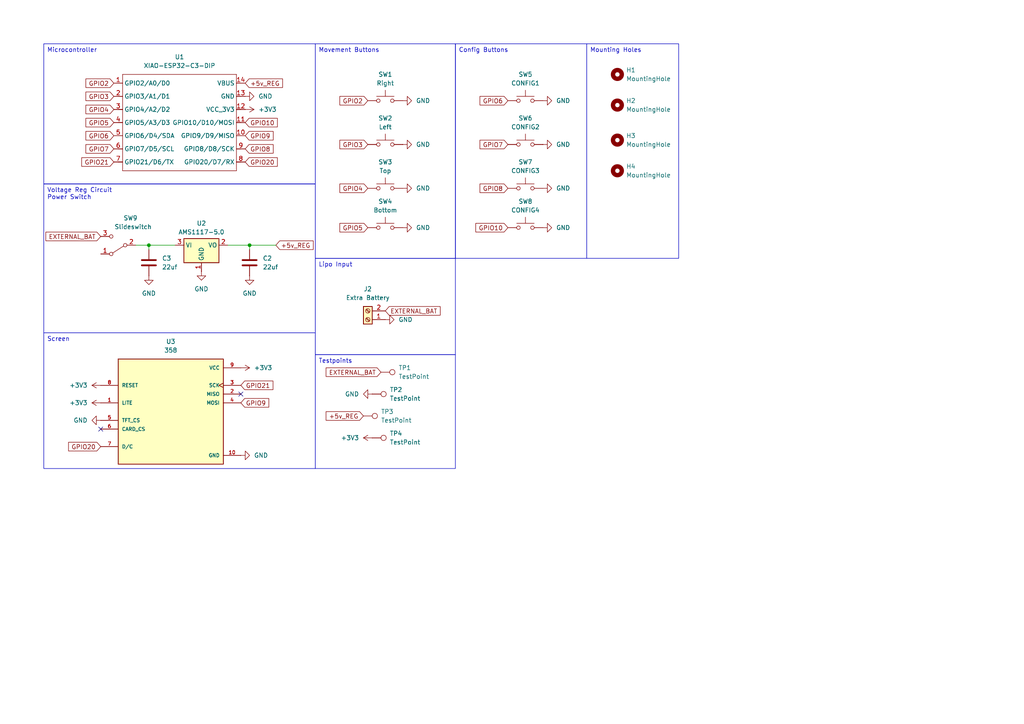
<source format=kicad_sch>
(kicad_sch (version 20250114) (generator "eeschema") (generator_version "9.0")
  (paper "A4")
  (lib_symbols
    (symbol "358:358" (pin_names (offset 1.016))
      (property "Reference" "U" (at -15.24 16.002 0))
      (property "Value" "358" (at -15.24 -17.78 0))
      (symbol "358_0_0"
        (rectangle (start -15.24 -15.24) (end 15.24 15.24) (stroke (width 0.254)) (fill (type background)))
        (pin input line (at -20.32 7.62 0) (length 5.08) (name "RESET") (number "8"))
        (pin input line (at -20.32 2.54 0) (length 5.08) (name "LITE") (number "1"))
        (pin input line (at -20.32 -2.54 0) (length 5.08) (name "TFT_CS") (number "5"))
        (pin input line (at -20.32 -5.08 0) (length 5.08) (name "CARD_CS") (number "6"))
        (pin input line (at -20.32 -10.16 0) (length 5.08) (name "D/C") (number "7"))
        (pin power_in line (at 20.32 12.7 180) (length 5.08) (name "VCC") (number "9"))
        (pin input clock (at 20.32 7.62 180) (length 5.08) (name "SCK") (number "3"))
        (pin output line (at 20.32 5.08 180) (length 5.08) (name "MISO") (number "2"))
        (pin input line (at 20.32 2.54 180) (length 5.08) (name "MOSI") (number "4"))
        (pin power_in line (at 20.32 -12.7 180) (length 5.08) (name "GND") (number "10"))
      )
    )
    (symbol "Connector:Screw_Terminal_01x02" (pin_names (offset 1.016) (hide yes))
      (property "Reference" "J" (at 0 2.54 0))
      (property "Value" "Screw_Terminal_01x02" (at 0 -5.08 0))
      (symbol "Screw_Terminal_01x02_1_1"
        (rectangle (start -1.27 1.27) (end 1.27 -3.81) (stroke (width 0.254)) (fill (type background)))
        (polyline (pts (xy -0.5334 0.3302) (xy 0.3302 -0.508)) (stroke (width 0.1524)))
        (polyline (pts (xy -0.5334 -2.2098) (xy 0.3302 -3.048)) (stroke (width 0.1524)))
        (polyline (pts (xy -0.3556 0.508) (xy 0.508 -0.3302)) (stroke (width 0.1524)))
        (polyline (pts (xy -0.3556 -2.032) (xy 0.508 -2.8702)) (stroke (width 0.1524)))
        (circle (center 0 0) (radius 0.635) (stroke (width 0.1524)))
        (circle (center 0 -2.54) (radius 0.635) (stroke (width 0.1524)))
        (pin passive line (at -5.08 0 0) (length 3.81) (name "Pin_1") (number "1"))
        (pin passive line (at -5.08 -2.54 0) (length 3.81) (name "Pin_2") (number "2"))
      )
    )
    (symbol "Connector:TestPoint" (pin_numbers (hide yes)) (pin_names (offset 0.762) (hide yes))
      (property "Reference" "TP" (at 0 6.858 0))
      (property "Value" "TestPoint" (at 0 5.08 0))
      (symbol "TestPoint_0_1"
        (circle (center 0 3.302) (radius 0.762))
      )
      (symbol "TestPoint_1_1"
        (pin passive line (at 0 0 90) (length 2.54) (name "1") (number "1"))
      )
    )
    (symbol "Device:C" (pin_numbers (hide yes)) (pin_names (offset 0.254))
      (property "Reference" "C" (at 0.635 2.54 0))
      (property "Value" "C" (at 0.635 -2.54 0))
      (symbol "C_0_1"
        (polyline (pts (xy -2.032 0.762) (xy 2.032 0.762)) (stroke (width 0.508)))
        (polyline (pts (xy -2.032 -0.762) (xy 2.032 -0.762)) (stroke (width 0.508)))
      )
      (symbol "C_1_1"
        (pin passive line (at 0 3.81 270) (length 2.794) (name "~") (number "1"))
        (pin passive line (at 0 -3.81 90) (length 2.794) (name "~") (number "2"))
      )
    )
    (symbol "Mechanical:MountingHole" (pin_names (offset 1.016)) (exclude_from_sim yes) (in_bom no)
      (property "Reference" "H" (at 0 5.08 0))
      (property "Value" "MountingHole" (at 0 3.175 0))
      (symbol "MountingHole_0_1"
        (circle (center 0 0) (radius 1.27) (stroke (width 1.27)))
      )
    )
    (symbol "Regulator_Linear:AMS1117-5.0"
      (property "Reference" "U" (at -3.81 3.175 0))
      (property "Value" "AMS1117-5.0" (at 0 3.175 0))
      (symbol "AMS1117-5.0_0_1"
        (rectangle (start -5.08 -5.08) (end 5.08 1.905) (stroke (width 0.254)) (fill (type background)))
      )
      (symbol "AMS1117-5.0_1_1"
        (pin power_in line (at -7.62 0 0) (length 2.54) (name "VI") (number "3"))
        (pin power_in line (at 0 -7.62 90) (length 2.54) (name "GND") (number "1"))
        (pin power_out line (at 7.62 0 180) (length 2.54) (name "VO") (number "2"))
      )
    )
    (symbol "Seeed_Studio_XIAO_Series:XIAO-ESP32-C3-DIP"
      (property "Reference" "U" (at 1.016 2.794 0))
      (property "Value" "XIAO-ESP32-C3-DIP" (at 7.62 1.016 0))
      (symbol "XIAO-ESP32-C3-DIP_1_0"
        (polyline (pts (xy 0 0) (xy 33.02 0)) (stroke (width 0.1524)))
        (polyline (pts (xy 0 -2.54) (xy -1.27 -2.54)) (stroke (width 0.1524)))
        (polyline (pts (xy 0 -2.54) (xy 0 0)) (stroke (width 0.1524)))
        (polyline (pts (xy 0 -6.35) (xy -1.27 -6.35)) (stroke (width 0.1524)))
        (polyline (pts (xy 0 -6.35) (xy 0 -2.54)) (stroke (width 0.1524)))
        (polyline (pts (xy 0 -10.16) (xy -1.27 -10.16)) (stroke (width 0.1524)))
        (polyline (pts (xy 0 -10.16) (xy 0 -6.35)) (stroke (width 0.1524)))
        (polyline (pts (xy 0 -13.97) (xy -1.27 -13.97)) (stroke (width 0.1524)))
        (polyline (pts (xy 0 -13.97) (xy 0 -10.16)) (stroke (width 0.1524)))
        (polyline (pts (xy 0 -17.78) (xy -1.27 -17.78)) (stroke (width 0.1524)))
        (polyline (pts (xy 0 -21.59) (xy -1.27 -21.59)) (stroke (width 0.1524)))
        (polyline (pts (xy 0 -25.4) (xy -1.27 -25.4)) (stroke (width 0.1524)))
        (polyline (pts (xy 0 -27.94) (xy 0 -13.97)) (stroke (width 0.1524)))
        (polyline (pts (xy 33.02 0) (xy 33.02 -2.54)) (stroke (width 0.1524)))
        (polyline (pts (xy 33.02 -2.54) (xy 33.02 -6.35)) (stroke (width 0.1524)))
        (polyline (pts (xy 33.02 -6.35) (xy 33.02 -10.16)) (stroke (width 0.1524)))
        (polyline (pts (xy 33.02 -10.16) (xy 33.02 -27.94)) (stroke (width 0.1524)))
        (polyline (pts (xy 33.02 -27.94) (xy 0 -27.94)) (stroke (width 0.1524)))
        (polyline (pts (xy 34.29 -2.54) (xy 33.02 -2.54)) (stroke (width 0.1524)))
        (polyline (pts (xy 34.29 -6.35) (xy 33.02 -6.35)) (stroke (width 0.1524)))
        (polyline (pts (xy 34.29 -10.16) (xy 33.02 -10.16)) (stroke (width 0.1524)))
        (polyline (pts (xy 34.29 -13.97) (xy 33.02 -13.97)) (stroke (width 0.1524)))
        (polyline (pts (xy 34.29 -17.78) (xy 33.02 -17.78)) (stroke (width 0.1524)))
        (polyline (pts (xy 34.29 -21.59) (xy 33.02 -21.59)) (stroke (width 0.1524)))
        (polyline (pts (xy 34.29 -25.4) (xy 33.02 -25.4)) (stroke (width 0.1524)))
        (pin passive line (at -2.54 -2.54 0) (length 2.54) (name "GPIO2/A0/D0") (number "1"))
        (pin passive line (at -2.54 -6.35 0) (length 2.54) (name "GPIO3/A1/D1") (number "2"))
        (pin passive line (at -2.54 -10.16 0) (length 2.54) (name "GPIO4/A2/D2") (number "3"))
        (pin passive line (at -2.54 -13.97 0) (length 2.54) (name "GPIO5/A3/D3") (number "4"))
        (pin passive line (at -2.54 -17.78 0) (length 2.54) (name "GPIO6/D4/SDA") (number "5"))
        (pin passive line (at -2.54 -21.59 0) (length 2.54) (name "GPIO7/D5/SCL") (number "6"))
        (pin passive line (at -2.54 -25.4 0) (length 2.54) (name "GPIO21/D6/TX") (number "7"))
        (pin passive line (at 35.56 -2.54 180) (length 2.54) (name "VBUS") (number "14"))
        (pin passive line (at 35.56 -6.35 180) (length 2.54) (name "GND") (number "13"))
        (pin passive line (at 35.56 -10.16 180) (length 2.54) (name "VCC_3V3") (number "12"))
        (pin passive line (at 35.56 -13.97 180) (length 2.54) (name "GPIO10/D10/MOSI") (number "11"))
        (pin passive line (at 35.56 -17.78 180) (length 2.54) (name "GPIO9/D9/MISO") (number "10"))
        (pin passive line (at 35.56 -21.59 180) (length 2.54) (name "GPIO8/D8/SCK") (number "9"))
        (pin passive line (at 35.56 -25.4 180) (length 2.54) (name "GPIO20/D7/RX") (number "8"))
      )
    )
    (symbol "Switch:SW_Push" (pin_numbers (hide yes)) (pin_names (offset 1.016) (hide yes))
      (property "Reference" "SW" (at 1.27 2.54 0))
      (property "Value" "SW_Push" (at 0 -1.524 0))
      (symbol "SW_Push_0_1"
        (circle (center -2.032 0) (radius 0.508))
        (polyline (pts (xy 0 1.27) (xy 0 3.048)))
        (circle (center 2.032 0) (radius 0.508))
        (polyline (pts (xy 2.54 1.27) (xy -2.54 1.27)))
        (pin passive line (at -5.08 0 0) (length 2.54) (name "1") (number "1"))
        (pin passive line (at 5.08 0 180) (length 2.54) (name "2") (number "2"))
      )
    )
    (symbol "fab:SWITCH_AYZ0102AGRLC" (pin_names (offset 0) (hide yes))
      (property "Reference" "SW" (at 0 4.318 0))
      (property "Value" "SWITCH_AYZ0102AGRLC" (at 0 -5.08 0))
      (symbol "SWITCH_AYZ0102AGRLC_0_0"
        (circle (center -2.032 0) (radius 0.508))
        (circle (center 2.032 -2.54) (radius 0.508))
      )
      (symbol "SWITCH_AYZ0102AGRLC_0_1"
        (polyline (pts (xy -1.524 0.254) (xy 1.651 2.286)))
        (circle (center 2.032 2.54) (radius 0.508))
      )
      (symbol "SWITCH_AYZ0102AGRLC_1_1"
        (pin passive line (at -5.08 0 0) (length 2.54) (name "B") (number "2"))
        (pin passive line (at 5.08 2.54 180) (length 2.54) (name "A") (number "1"))
        (pin passive line (at 5.08 -2.54 180) (length 2.54) (name "C") (number "3"))
      )
    )
    (symbol "power:+3V3" (power) (pin_numbers (hide yes)) (pin_names (offset 0) (hide yes))
      (property "Value" "+3V3" (at 0 3.556 0))
      (symbol "+3V3_0_1"
        (polyline (pts (xy -0.762 1.27) (xy 0 2.54)))
        (polyline (pts (xy 0 2.54) (xy 0.762 1.27)))
        (polyline (pts (xy 0 0) (xy 0 2.54)))
      )
      (symbol "+3V3_1_1"
        (pin power_in line (at 0 0 90) (length 0) (name "~") (number "1"))
      )
    )
    (symbol "power:GND" (power) (pin_numbers (hide yes)) (pin_names (offset 0) (hide yes))
      (property "Value" "GND" (at 0 -3.81 0))
      (symbol "GND_0_1"
        (polyline (pts (xy 0 0) (xy 0 -1.27) (xy 1.27 -1.27) (xy 0 -2.54) (xy -1.27 -1.27) (xy 0 -1.27)))
      )
      (symbol "GND_1_1"
        (pin power_in line (at 0 0 270) (length 0) (name "~") (number "1"))
      )
    )
  )
  (text_box "Mounting Holes\n" (at 170.18 12.7 0) (size 26.67 62.23) (margins 0.9525 0.9525 0.9525 0.9525) (effects (font (size 1.27 1.27)) (justify left top)))
  (text_box "Movement Buttons" (at 91.44 12.7 0) (size 40.64 62.23) (margins 0.9525 0.9525 0.9525 0.9525) (effects (font (size 1.27 1.27)) (justify left top)))
  (text_box "Testpoints\n" (at 91.44 102.87 0) (size 40.64 33.02) (margins 0.9525 0.9525 0.9525 0.9525) (effects (font (size 1.27 1.27)) (justify left top)))
  (text_box "Voltage Reg Circuit\nPower Switch" (at 12.7 53.34 0) (size 78.74 43.18) (margins 0.9525 0.9525 0.9525 0.9525) (effects (font (size 1.27 1.27)) (justify left top)))
  (text_box "Microcontroller\n" (at 12.7 12.7 0) (size 78.74 40.64) (margins 0.9525 0.9525 0.9525 0.9525) (effects (font (size 1.27 1.27)) (justify left top)))
  (text_box "Config Buttons\n" (at 132.08 12.7 0) (size 38.1 62.23) (margins 0.9525 0.9525 0.9525 0.9525) (effects (font (size 1.27 1.27)) (justify left top)))
  (text_box "Screen\n" (at 12.7 96.52 0) (size 78.74 39.37) (margins 0.9525 0.9525 0.9525 0.9525) (effects (font (size 1.27 1.27)) (justify left top)))
  (text_box "Lipo Input" (at 91.44 74.93 0) (size 40.64 27.94) (margins 0.9525 0.9525 0.9525 0.9525) (effects (font (size 1.27 1.27)) (justify left top)))
  (junction (at 43.18 71.12))
  (junction (at 72.39 71.12))
  (no_connect (at 29.21 124.46))
  (no_connect (at 69.85 114.3))
  (wire (pts (xy 72.39 71.12) (xy 80.01 71.12)))
  (wire (pts (xy 66.04 71.12) (xy 72.39 71.12)))
  (wire (pts (xy 43.18 71.12) (xy 50.8 71.12)))
  (wire (pts (xy 43.18 72.39) (xy 43.18 71.12)))
  (wire (pts (xy 72.39 72.39) (xy 72.39 71.12)))
  (wire (pts (xy 39.37 71.12) (xy 43.18 71.12)))
  (global_label "EXTERNAL_BAT" (shape input) (at 111.76 90.17 0) (property "Intersheetrefs" "${INTERSHEET_REFS}" (effects (hide yes))))
  (global_label "GPIO20" (shape input) (at 29.21 129.54 180) (property "Intersheetrefs" "${INTERSHEET_REFS}" (effects (hide yes))))
  (global_label "GPIO4" (shape input) (at 106.68 54.61 180) (property "Intersheetrefs" "${INTERSHEET_REFS}" (effects (hide yes))))
  (global_label "+5v_REG" (shape input) (at 105.41 120.65 180) (property "Intersheetrefs" "${INTERSHEET_REFS}" (effects (hide yes))))
  (global_label "GPIO8" (shape input) (at 71.12 43.18 0) (property "Intersheetrefs" "${INTERSHEET_REFS}" (effects (hide yes))))
  (global_label "GPIO9" (shape input) (at 71.12 39.37 0) (property "Intersheetrefs" "${INTERSHEET_REFS}" (effects (hide yes))))
  (global_label "GPIO7" (shape input) (at 33.02 43.18 180) (property "Intersheetrefs" "${INTERSHEET_REFS}" (effects (hide yes))))
  (global_label "GPIO21" (shape input) (at 33.02 46.99 180) (property "Intersheetrefs" "${INTERSHEET_REFS}" (effects (hide yes))))
  (global_label "GPIO5" (shape input) (at 33.02 35.56 180) (property "Intersheetrefs" "${INTERSHEET_REFS}" (effects (hide yes))))
  (global_label "GPIO21" (shape input) (at 69.85 111.76 0) (property "Intersheetrefs" "${INTERSHEET_REFS}" (effects (hide yes))))
  (global_label "GPIO10" (shape input) (at 147.32 66.04 180) (property "Intersheetrefs" "${INTERSHEET_REFS}" (effects (hide yes))))
  (global_label "+5v_REG" (shape input) (at 71.12 24.13 0) (property "Intersheetrefs" "${INTERSHEET_REFS}" (effects (hide yes))))
  (global_label "+5v_REG" (shape input) (at 80.01 71.12 0) (property "Intersheetrefs" "${INTERSHEET_REFS}" (effects (hide yes))))
  (global_label "EXTERNAL_BAT" (shape input) (at 110.49 107.95 180) (property "Intersheetrefs" "${INTERSHEET_REFS}" (effects (hide yes))))
  (global_label "GPIO6" (shape input) (at 33.02 39.37 180) (property "Intersheetrefs" "${INTERSHEET_REFS}" (effects (hide yes))))
  (global_label "GPIO8" (shape input) (at 147.32 54.61 180) (property "Intersheetrefs" "${INTERSHEET_REFS}" (effects (hide yes))))
  (global_label "GPIO6" (shape input) (at 147.32 29.21 180) (property "Intersheetrefs" "${INTERSHEET_REFS}" (effects (hide yes))))
  (global_label "GPIO3" (shape input) (at 33.02 27.94 180) (property "Intersheetrefs" "${INTERSHEET_REFS}" (effects (hide yes))))
  (global_label "GPIO7" (shape input) (at 147.32 41.91 180) (property "Intersheetrefs" "${INTERSHEET_REFS}" (effects (hide yes))))
  (global_label "GPIO10" (shape input) (at 71.12 35.56 0) (property "Intersheetrefs" "${INTERSHEET_REFS}" (effects (hide yes))))
  (global_label "GPIO2" (shape input) (at 33.02 24.13 180) (property "Intersheetrefs" "${INTERSHEET_REFS}" (effects (hide yes))))
  (global_label "GPIO5" (shape input) (at 106.68 66.04 180) (property "Intersheetrefs" "${INTERSHEET_REFS}" (effects (hide yes))))
  (global_label "GPIO3" (shape input) (at 106.68 41.91 180) (property "Intersheetrefs" "${INTERSHEET_REFS}" (effects (hide yes))))
  (global_label "GPIO4" (shape input) (at 33.02 31.75 180) (property "Intersheetrefs" "${INTERSHEET_REFS}" (effects (hide yes))))
  (global_label "EXTERNAL_BAT" (shape input) (at 29.21 68.58 180) (property "Intersheetrefs" "${INTERSHEET_REFS}" (effects (hide yes))))
  (global_label "GPIO9" (shape input) (at 69.85 116.84 0) (property "Intersheetrefs" "${INTERSHEET_REFS}" (effects (hide yes))))
  (global_label "GPIO2" (shape input) (at 106.68 29.21 180) (property "Intersheetrefs" "${INTERSHEET_REFS}" (effects (hide yes))))
  (global_label "GPIO20" (shape input) (at 71.12 46.99 0) (property "Intersheetrefs" "${INTERSHEET_REFS}" (effects (hide yes))))
  (symbol (lib_id "358:358") (at 49.53 119.38 0) (unit 1)
    (property "Reference" "U3" (at 49.53 99.06 0))
    (property "Value" "358" (at 49.53 101.6 0))
    (property "Footprint" "358:MODULE_358" (effects (hide yes)))
    (property "MF" "Adafruit" (effects (hide yes)))
    (property "Description_1" "Industrial Monitor, Color LCD TFT, 1.8 in, 128 x 160, Panel Mount | Adafruit Industries 358" (effects (hide yes)))
    (property "Package" "Non Standard Adafruit" (effects (hide yes)))
    (property "Price" "None" (effects (hide yes)))
    (property "Check_prices" "https://www.snapeda.com/parts/358/Adafruit+Industries/view-part/?ref=eda" (effects (hide yes)))
    (property "STANDARD" "Manufacturer Recommendations" (effects (hide yes)))
    (property "PARTREV" "2021-12-09" (effects (hide yes)))
    (property "SnapEDA_Link" "https://www.snapeda.com/parts/358/Adafruit+Industries/view-part/?ref=snap" (effects (hide yes)))
    (property "MP" "358" (effects (hide yes)))
    (property "Availability" "In Stock" (effects (hide yes)))
    (property "MANUFACTURER" "Adafruit Industries" (effects (hide yes)))
  )
  (symbol (lib_id "power:GND") (at 116.84 66.04 90) (unit 1)
    (property "Reference" "#PWR07" (effects (hide yes)))
    (property "Value" "GND" (at 120.65 66.0399 90) (effects (justify right)))
    (property "Description" "Power symbol creates a global label with name \"GND\" , ground" (effects (hide yes)))
  )
  (symbol (lib_id "Connector:TestPoint") (at 105.41 120.65 270) (unit 1)
    (property "Reference" "TP3" (at 110.49 119.3799 90) (effects (justify left)))
    (property "Value" "TestPoint" (at 110.49 121.9199 90) (effects (justify left)))
    (property "Footprint" "TestPoint:TestPoint_Pad_D2.0mm" (effects (hide yes)))
    (property "Description" "test point" (effects (hide yes)))
  )
  (symbol (lib_id "Regulator_Linear:AMS1117-5.0") (at 58.42 71.12 0) (unit 1)
    (property "Reference" "U2" (at 58.42 64.77 0))
    (property "Value" "AMS1117-5.0" (at 58.42 67.31 0))
    (property "Footprint" "Package_TO_SOT_SMD:SOT-223-3_TabPin2" (effects (hide yes)))
    (property "Datasheet" "http://www.advanced-monolithic.com/pdf/ds1117.pdf" (effects (hide yes)))
    (property "Description" "1A Low Dropout regulator, positive, 5.0V fixed output, SOT-223" (effects (hide yes)))
  )
  (symbol (lib_id "power:GND") (at 107.95 114.3 270) (unit 1)
    (property "Reference" "#PWR01" (effects (hide yes)))
    (property "Value" "GND" (at 104.14 114.2999 90) (effects (justify right)))
    (property "Description" "Power symbol creates a global label with name \"GND\" , ground" (effects (hide yes)))
  )
  (symbol (lib_id "power:GND") (at 69.85 132.08 90) (unit 1)
    (property "Reference" "#PWR025" (effects (hide yes)))
    (property "Value" "GND" (at 73.66 132.0799 90) (effects (justify right)))
    (property "Description" "Power symbol creates a global label with name \"GND\" , ground" (effects (hide yes)))
  )
  (symbol (lib_id "Switch:SW_Push") (at 152.4 41.91 0) (unit 1)
    (property "Reference" "SW6" (at 152.4 34.29 0))
    (property "Value" "CONFIG2" (at 152.4 36.83 0))
    (property "Footprint" "Button_Switch_THT:SW_PUSH-12mm_Wuerth-430476085716" (effects (hide yes)))
    (property "Description" "Push button switch, generic, two pins" (effects (hide yes)))
  )
  (symbol (lib_id "power:GND") (at 157.48 41.91 90) (unit 1)
    (property "Reference" "#PWR09" (effects (hide yes)))
    (property "Value" "GND" (at 161.29 41.9099 90) (effects (justify right)))
    (property "Description" "Power symbol creates a global label with name \"GND\" , ground" (effects (hide yes)))
  )
  (symbol (lib_id "power:GND") (at 111.76 92.71 90) (unit 1)
    (property "Reference" "#PWR015" (effects (hide yes)))
    (property "Value" "GND" (at 115.57 92.7099 90) (effects (justify right)))
    (property "Description" "Power symbol creates a global label with name \"GND\" , ground" (effects (hide yes)))
  )
  (symbol (lib_id "fab:SWITCH_AYZ0102AGRLC") (at 34.29 71.12 180) (unit 1)
    (property "Reference" "SW9" (at 37.846 63.246 0))
    (property "Value" "Slideswitch" (at 38.608 65.786 0))
    (property "Footprint" "JS202011SCQN:SW_JS202011SCQN" (effects (hide yes)))
    (property "Datasheet" "https://www.ckswitches.com/media/1431/ayz.pdf" (effects (hide yes)))
  )
  (symbol (lib_id "Seeed_Studio_XIAO_Series:XIAO-ESP32-C3-DIP") (at 35.56 21.59 0) (unit 1)
    (property "Reference" "U1" (at 52.07 16.51 0))
    (property "Value" "XIAO-ESP32-C3-DIP" (at 52.07 19.05 0))
    (property "Footprint" "Seeed Studio XIAO Series Library:XIAO-ESP32C3-DIP" (effects (hide yes)))
  )
  (symbol (lib_id "power:GND") (at 116.84 41.91 90) (unit 1)
    (property "Reference" "#PWR05" (effects (hide yes)))
    (property "Value" "GND" (at 120.65 41.9099 90) (effects (justify right)))
    (property "Description" "Power symbol creates a global label with name \"GND\" , ground" (effects (hide yes)))
  )
  (symbol (lib_id "Mechanical:MountingHole") (at 179.07 49.53 0) (unit 1) (exclude_from_sim yes) (in_bom no)
    (property "Reference" "H4" (at 181.61 48.2599 0) (effects (justify left)))
    (property "Value" "MountingHole" (at 181.61 50.7999 0) (effects (justify left)))
    (property "Footprint" "MountingHole:MountingHole_3.2mm_M3" (effects (hide yes)))
    (property "Description" "Mounting Hole without connection" (effects (hide yes)))
  )
  (symbol (lib_id "power:+3V3") (at 29.21 116.84 90) (unit 1)
    (property "Reference" "#PWR022" (effects (hide yes)))
    (property "Value" "+3V3" (at 25.4 116.8399 90) (effects (justify left)))
    (property "Description" "Power symbol creates a global label with name \"+3V3\"" (effects (hide yes)))
  )
  (symbol (lib_id "Switch:SW_Push") (at 111.76 41.91 0) (unit 1)
    (property "Reference" "SW2" (at 111.76 34.29 0))
    (property "Value" "Left" (at 111.76 36.83 0))
    (property "Footprint" "Button_Switch_THT:SW_PUSH-12mm_Wuerth-430476085716" (effects (hide yes)))
    (property "Description" "Push button switch, generic, two pins" (effects (hide yes)))
  )
  (symbol (lib_id "power:GND") (at 43.18 80.01 0) (unit 1)
    (property "Reference" "#PWR017" (effects (hide yes)))
    (property "Value" "GND" (at 43.18 85.09 0))
    (property "Description" "Power symbol creates a global label with name \"GND\" , ground" (effects (hide yes)))
  )
  (symbol (lib_id "power:GND") (at 116.84 29.21 90) (unit 1)
    (property "Reference" "#PWR04" (effects (hide yes)))
    (property "Value" "GND" (at 120.65 29.2099 90) (effects (justify right)))
    (property "Description" "Power symbol creates a global label with name \"GND\" , ground" (effects (hide yes)))
  )
  (symbol (lib_id "power:GND") (at 29.21 121.92 270) (unit 1)
    (property "Reference" "#PWR023" (effects (hide yes)))
    (property "Value" "GND" (at 25.4 121.9199 90) (effects (justify right)))
    (property "Description" "Power symbol creates a global label with name \"GND\" , ground" (effects (hide yes)))
  )
  (symbol (lib_id "power:GND") (at 116.84 54.61 90) (unit 1)
    (property "Reference" "#PWR06" (effects (hide yes)))
    (property "Value" "GND" (at 120.65 54.6099 90) (effects (justify right)))
    (property "Description" "Power symbol creates a global label with name \"GND\" , ground" (effects (hide yes)))
  )
  (symbol (lib_id "power:GND") (at 58.42 78.74 0) (unit 1)
    (property "Reference" "#PWR014" (effects (hide yes)))
    (property "Value" "GND" (at 58.42 83.82 0))
    (property "Description" "Power symbol creates a global label with name \"GND\" , ground" (effects (hide yes)))
  )
  (symbol (lib_id "power:+3V3") (at 69.85 106.68 270) (unit 1)
    (property "Reference" "#PWR024" (effects (hide yes)))
    (property "Value" "+3V3" (at 73.66 106.6799 90) (effects (justify left)))
    (property "Description" "Power symbol creates a global label with name \"+3V3\"" (effects (hide yes)))
  )
  (symbol (lib_id "Switch:SW_Push") (at 111.76 29.21 0) (unit 1)
    (property "Reference" "SW1" (at 111.76 21.59 0))
    (property "Value" "Right" (at 111.76 24.13 0))
    (property "Footprint" "Button_Switch_THT:SW_PUSH-12mm_Wuerth-430476085716" (effects (hide yes)))
    (property "Description" "Push button switch, generic, two pins" (effects (hide yes)))
  )
  (symbol (lib_id "Switch:SW_Push") (at 111.76 54.61 0) (unit 1)
    (property "Reference" "SW3" (at 111.76 46.99 0))
    (property "Value" "Top" (at 111.76 49.53 0))
    (property "Footprint" "Button_Switch_THT:SW_PUSH-12mm_Wuerth-430476085716" (effects (hide yes)))
    (property "Description" "Push button switch, generic, two pins" (effects (hide yes)))
  )
  (symbol (lib_id "Device:C") (at 72.39 76.2 180) (unit 1)
    (property "Reference" "C2" (at 76.2 74.9299 0) (effects (justify right)))
    (property "Value" "22uf" (at 76.2 77.4699 0) (effects (justify right)))
    (property "Footprint" "Capacitor_SMD:C_0805_2012Metric" (effects (hide yes)))
    (property "Description" "Unpolarized capacitor" (effects (hide yes)))
  )
  (symbol (lib_id "power:GND") (at 71.12 27.94 90) (unit 1)
    (property "Reference" "#PWR02" (effects (hide yes)))
    (property "Value" "GND" (at 74.93 27.9399 90) (effects (justify right)))
    (property "Description" "Power symbol creates a global label with name \"GND\" , ground" (effects (hide yes)))
  )
  (symbol (lib_id "Switch:SW_Push") (at 111.76 66.04 0) (unit 1)
    (property "Reference" "SW4" (at 111.76 58.42 0))
    (property "Value" "Bottom" (at 111.76 60.96 0))
    (property "Footprint" "Button_Switch_THT:SW_PUSH-12mm_Wuerth-430476085716" (effects (hide yes)))
    (property "Description" "Push button switch, generic, two pins" (effects (hide yes)))
  )
  (symbol (lib_id "Mechanical:MountingHole") (at 179.07 21.59 0) (unit 1) (exclude_from_sim yes) (in_bom no)
    (property "Reference" "H1" (at 181.61 20.3199 0) (effects (justify left)))
    (property "Value" "MountingHole" (at 181.61 22.8599 0) (effects (justify left)))
    (property "Footprint" "MountingHole:MountingHole_3.2mm_M3" (effects (hide yes)))
    (property "Description" "Mounting Hole without connection" (effects (hide yes)))
  )
  (symbol (lib_id "power:GND") (at 157.48 54.61 90) (unit 1)
    (property "Reference" "#PWR010" (effects (hide yes)))
    (property "Value" "GND" (at 161.29 54.6099 90) (effects (justify right)))
    (property "Description" "Power symbol creates a global label with name \"GND\" , ground" (effects (hide yes)))
  )
  (symbol (lib_id "power:GND") (at 157.48 29.21 90) (unit 1)
    (property "Reference" "#PWR08" (effects (hide yes)))
    (property "Value" "GND" (at 161.29 29.2099 90) (effects (justify right)))
    (property "Description" "Power symbol creates a global label with name \"GND\" , ground" (effects (hide yes)))
  )
  (symbol (lib_id "Device:C") (at 43.18 76.2 180) (unit 1)
    (property "Reference" "C3" (at 46.99 74.9299 0) (effects (justify right)))
    (property "Value" "22uf" (at 46.99 77.4699 0) (effects (justify right)))
    (property "Footprint" "Capacitor_SMD:C_0805_2012Metric" (effects (hide yes)))
    (property "Description" "Unpolarized capacitor" (effects (hide yes)))
  )
  (symbol (lib_id "power:GND") (at 72.39 80.01 0) (unit 1)
    (property "Reference" "#PWR016" (effects (hide yes)))
    (property "Value" "GND" (at 72.39 85.09 0))
    (property "Description" "Power symbol creates a global label with name \"GND\" , ground" (effects (hide yes)))
  )
  (symbol (lib_id "Connector:TestPoint") (at 107.95 114.3 270) (unit 1)
    (property "Reference" "TP2" (at 113.03 113.0299 90) (effects (justify left)))
    (property "Value" "TestPoint" (at 113.03 115.5699 90) (effects (justify left)))
    (property "Footprint" "TestPoint:TestPoint_Pad_D2.0mm" (effects (hide yes)))
    (property "Description" "test point" (effects (hide yes)))
  )
  (symbol (lib_id "power:GND") (at 157.48 66.04 90) (unit 1)
    (property "Reference" "#PWR011" (effects (hide yes)))
    (property "Value" "GND" (at 161.29 66.0399 90) (effects (justify right)))
    (property "Description" "Power symbol creates a global label with name \"GND\" , ground" (effects (hide yes)))
  )
  (symbol (lib_id "Mechanical:MountingHole") (at 179.07 30.48 0) (unit 1) (exclude_from_sim yes) (in_bom no)
    (property "Reference" "H2" (at 181.61 29.2099 0) (effects (justify left)))
    (property "Value" "MountingHole" (at 181.61 31.7499 0) (effects (justify left)))
    (property "Footprint" "MountingHole:MountingHole_3.2mm_M3" (effects (hide yes)))
    (property "Description" "Mounting Hole without connection" (effects (hide yes)))
  )
  (symbol (lib_id "power:+3V3") (at 107.95 127 90) (unit 1)
    (property "Reference" "#PWR012" (effects (hide yes)))
    (property "Value" "+3V3" (at 104.14 126.9999 90) (effects (justify left)))
    (property "Description" "Power symbol creates a global label with name \"+3V3\"" (effects (hide yes)))
  )
  (symbol (lib_id "Connector:Screw_Terminal_01x02") (at 106.68 92.71 180) (unit 1)
    (property "Reference" "J2" (at 106.68 83.82 0))
    (property "Value" "Extra Battery" (at 106.68 86.36 0))
    (property "Footprint" "TerminalBlock:TerminalBlock_Altech_AK300-2_P5.00mm" (effects (hide yes)))
    (property "Description" "Generic screw terminal, single row, 01x02, script generated (kicad-library-utils/schlib/autogen/connector/)" (effects (hide yes)))
  )
  (symbol (lib_id "power:+3V3") (at 71.12 31.75 270) (unit 1)
    (property "Reference" "#PWR03" (effects (hide yes)))
    (property "Value" "+3V3" (at 74.93 31.7499 90) (effects (justify left)))
    (property "Description" "Power symbol creates a global label with name \"+3V3\"" (effects (hide yes)))
  )
  (symbol (lib_id "Switch:SW_Push") (at 152.4 29.21 0) (unit 1)
    (property "Reference" "SW5" (at 152.4 21.59 0))
    (property "Value" "CONFIG1" (at 152.4 24.13 0))
    (property "Footprint" "Button_Switch_THT:SW_PUSH-12mm_Wuerth-430476085716" (effects (hide yes)))
    (property "Description" "Push button switch, generic, two pins" (effects (hide yes)))
  )
  (symbol (lib_id "Mechanical:MountingHole") (at 179.07 40.64 0) (unit 1) (exclude_from_sim yes) (in_bom no)
    (property "Reference" "H3" (at 181.61 39.3699 0) (effects (justify left)))
    (property "Value" "MountingHole" (at 181.61 41.9099 0) (effects (justify left)))
    (property "Footprint" "MountingHole:MountingHole_3.2mm_M3" (effects (hide yes)))
    (property "Description" "Mounting Hole without connection" (effects (hide yes)))
  )
  (symbol (lib_id "Switch:SW_Push") (at 152.4 54.61 0) (unit 1)
    (property "Reference" "SW7" (at 152.4 46.99 0))
    (property "Value" "CONFIG3" (at 152.4 49.53 0))
    (property "Footprint" "Button_Switch_THT:SW_PUSH-12mm_Wuerth-430476085716" (effects (hide yes)))
    (property "Description" "Push button switch, generic, two pins" (effects (hide yes)))
  )
  (symbol (lib_id "Connector:TestPoint") (at 107.95 127 270) (unit 1)
    (property "Reference" "TP4" (at 113.03 125.7299 90) (effects (justify left)))
    (property "Value" "TestPoint" (at 113.03 128.2699 90) (effects (justify left)))
    (property "Footprint" "TestPoint:TestPoint_Pad_D2.0mm" (effects (hide yes)))
    (property "Description" "test point" (effects (hide yes)))
  )
  (symbol (lib_id "Switch:SW_Push") (at 152.4 66.04 0) (unit 1)
    (property "Reference" "SW8" (at 152.4 58.42 0))
    (property "Value" "CONFIG4" (at 152.4 60.96 0))
    (property "Footprint" "Button_Switch_THT:SW_PUSH-12mm_Wuerth-430476085716" (effects (hide yes)))
    (property "Description" "Push button switch, generic, two pins" (effects (hide yes)))
  )
  (symbol (lib_id "Connector:TestPoint") (at 110.49 107.95 270) (unit 1)
    (property "Reference" "TP1" (at 115.57 106.6799 90) (effects (justify left)))
    (property "Value" "TestPoint" (at 115.57 109.2199 90) (effects (justify left)))
    (property "Footprint" "TestPoint:TestPoint_Pad_D2.0mm" (effects (hide yes)))
    (property "Description" "test point" (effects (hide yes)))
  )
  (symbol (lib_id "power:+3V3") (at 29.21 111.76 90) (unit 1)
    (property "Reference" "#PWR020" (effects (hide yes)))
    (property "Value" "+3V3" (at 25.4 111.7599 90) (effects (justify left)))
    (property "Description" "Power symbol creates a global label with name \"+3V3\"" (effects (hide yes)))
  )
)
</source>
